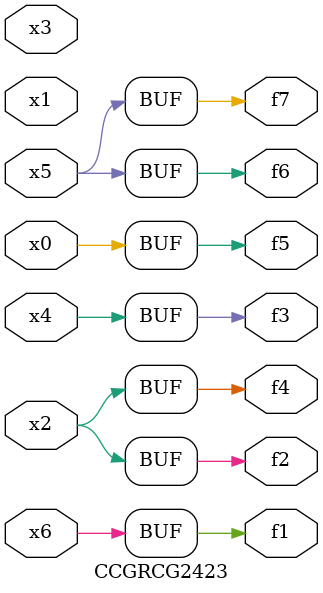
<source format=v>
module CCGRCG2423(
	input x0, x1, x2, x3, x4, x5, x6,
	output f1, f2, f3, f4, f5, f6, f7
);
	assign f1 = x6;
	assign f2 = x2;
	assign f3 = x4;
	assign f4 = x2;
	assign f5 = x0;
	assign f6 = x5;
	assign f7 = x5;
endmodule

</source>
